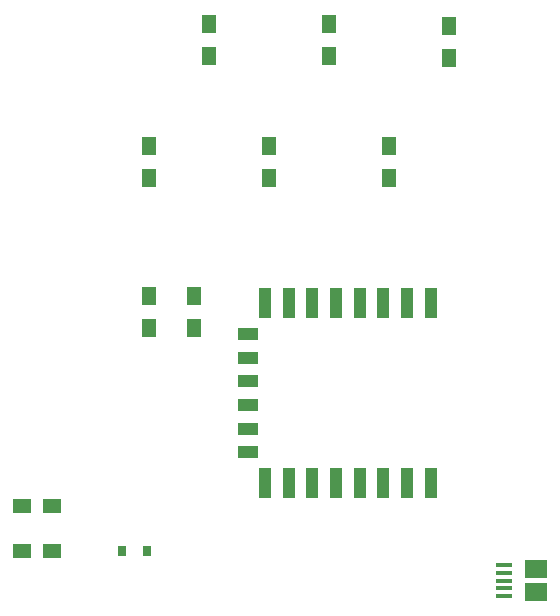
<source format=gbr>
G04 #@! TF.GenerationSoftware,KiCad,Pcbnew,(5.0.0-rc2-101-g68f6e3ad4)*
G04 #@! TF.CreationDate,2018-07-19T03:23:03+02:00*
G04 #@! TF.ProjectId,leddings,6C656464696E67732E6B696361645F70,rev?*
G04 #@! TF.SameCoordinates,Original*
G04 #@! TF.FileFunction,Paste,Top*
G04 #@! TF.FilePolarity,Positive*
%FSLAX46Y46*%
G04 Gerber Fmt 4.6, Leading zero omitted, Abs format (unit mm)*
G04 Created by KiCad (PCBNEW (5.0.0-rc2-101-g68f6e3ad4)) date Thu Jul 19 03:23:03 2018*
%MOMM*%
%LPD*%
G01*
G04 APERTURE LIST*
%ADD10R,1.000000X2.500000*%
%ADD11R,1.800000X1.000000*%
%ADD12R,1.500000X1.250000*%
%ADD13R,0.800000X0.900000*%
%ADD14R,1.900000X1.500000*%
%ADD15R,1.350000X0.400000*%
%ADD16R,1.300000X1.500000*%
G04 APERTURE END LIST*
D10*
G04 #@! TO.C,U3*
X168600000Y-62885000D03*
X166600000Y-62885000D03*
X164600000Y-62885000D03*
X162600000Y-62885000D03*
X160600000Y-62885000D03*
X158600000Y-62885000D03*
X156600000Y-62885000D03*
X154600000Y-62885000D03*
D11*
X153100000Y-65485000D03*
X153100000Y-67485000D03*
X153100000Y-69485000D03*
X153100000Y-71485000D03*
X153100000Y-73485000D03*
X153100000Y-75485000D03*
D10*
X154600000Y-78085000D03*
X156600000Y-78085000D03*
X158600000Y-78085000D03*
X160600000Y-78085000D03*
X162600000Y-78085000D03*
X164600000Y-78085000D03*
X166600000Y-78085000D03*
X168600000Y-78085000D03*
G04 #@! TD*
D12*
G04 #@! TO.C,C1*
X136525000Y-83820000D03*
X134025000Y-83820000D03*
G04 #@! TD*
G04 #@! TO.C,C2*
X134025000Y-80010000D03*
X136525000Y-80010000D03*
G04 #@! TD*
D13*
G04 #@! TO.C,D1*
X144560000Y-83820000D03*
X142460000Y-83820000D03*
G04 #@! TD*
D14*
G04 #@! TO.C,J5*
X177515000Y-87360000D03*
D15*
X174815000Y-86360000D03*
X174815000Y-85710000D03*
X174815000Y-85060000D03*
X174815000Y-87660000D03*
X174815000Y-87010000D03*
D14*
X177515000Y-85360000D03*
G04 #@! TD*
D16*
G04 #@! TO.C,R1*
X165100000Y-49530000D03*
X165100000Y-52230000D03*
G04 #@! TD*
G04 #@! TO.C,R2*
X154940000Y-49530000D03*
X154940000Y-52230000D03*
G04 #@! TD*
G04 #@! TO.C,R3*
X144780000Y-49530000D03*
X144780000Y-52230000D03*
G04 #@! TD*
G04 #@! TO.C,R4*
X170180000Y-39370000D03*
X170180000Y-42070000D03*
G04 #@! TD*
G04 #@! TO.C,R5*
X160020000Y-39210000D03*
X160020000Y-41910000D03*
G04 #@! TD*
G04 #@! TO.C,R6*
X149860000Y-39210000D03*
X149860000Y-41910000D03*
G04 #@! TD*
G04 #@! TO.C,R7*
X144780000Y-62230000D03*
X144780000Y-64930000D03*
G04 #@! TD*
G04 #@! TO.C,R8*
X148590000Y-64930000D03*
X148590000Y-62230000D03*
G04 #@! TD*
M02*

</source>
